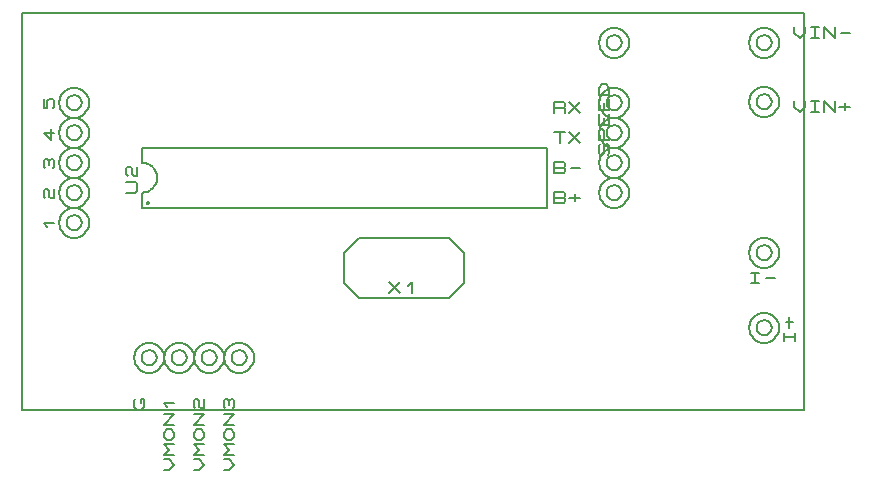
<source format=gbr>
G04 PROTEUS RS274X GERBER FILE*
%FSLAX45Y45*%
%MOMM*%
G01*
%ADD18C,0.203200*%
D18*
X-3108960Y+4765040D02*
X+3512000Y+4765040D01*
X+3512000Y+8128000D01*
X-3108960Y+8128000D01*
X-3108960Y+4765040D01*
X-2540000Y+6350000D02*
X-2540427Y+6360409D01*
X-2543899Y+6381228D01*
X-2551155Y+6402047D01*
X-2562983Y+6422866D01*
X-2581080Y+6443524D01*
X-2601899Y+6459045D01*
X-2622718Y+6469030D01*
X-2643537Y+6474814D01*
X-2664356Y+6476972D01*
X-2667000Y+6477000D01*
X-2794000Y+6350000D02*
X-2793573Y+6360409D01*
X-2790101Y+6381228D01*
X-2782845Y+6402047D01*
X-2771017Y+6422866D01*
X-2752920Y+6443524D01*
X-2732101Y+6459045D01*
X-2711282Y+6469030D01*
X-2690463Y+6474814D01*
X-2669644Y+6476972D01*
X-2667000Y+6477000D01*
X-2794000Y+6350000D02*
X-2793573Y+6339591D01*
X-2790101Y+6318772D01*
X-2782845Y+6297953D01*
X-2771017Y+6277134D01*
X-2752920Y+6256476D01*
X-2732101Y+6240955D01*
X-2711282Y+6230970D01*
X-2690463Y+6225186D01*
X-2669644Y+6223028D01*
X-2667000Y+6223000D01*
X-2540000Y+6350000D02*
X-2540427Y+6339591D01*
X-2543899Y+6318772D01*
X-2551155Y+6297953D01*
X-2562983Y+6277134D01*
X-2581080Y+6256476D01*
X-2601899Y+6240955D01*
X-2622718Y+6230970D01*
X-2643537Y+6225186D01*
X-2664356Y+6223028D01*
X-2667000Y+6223000D01*
X-2603500Y+6350000D02*
X-2603717Y+6355247D01*
X-2605482Y+6365742D01*
X-2609174Y+6376237D01*
X-2615202Y+6386732D01*
X-2624424Y+6397112D01*
X-2634919Y+6404800D01*
X-2645414Y+6409718D01*
X-2655909Y+6412524D01*
X-2666404Y+6413497D01*
X-2667000Y+6413500D01*
X-2730500Y+6350000D02*
X-2730283Y+6355247D01*
X-2728518Y+6365742D01*
X-2724826Y+6376237D01*
X-2718798Y+6386732D01*
X-2709576Y+6397112D01*
X-2699081Y+6404800D01*
X-2688586Y+6409718D01*
X-2678091Y+6412524D01*
X-2667596Y+6413497D01*
X-2667000Y+6413500D01*
X-2730500Y+6350000D02*
X-2730283Y+6344753D01*
X-2728518Y+6334258D01*
X-2724826Y+6323763D01*
X-2718798Y+6313268D01*
X-2709576Y+6302888D01*
X-2699081Y+6295200D01*
X-2688586Y+6290282D01*
X-2678091Y+6287476D01*
X-2667596Y+6286503D01*
X-2667000Y+6286500D01*
X-2603500Y+6350000D02*
X-2603717Y+6344753D01*
X-2605482Y+6334258D01*
X-2609174Y+6323763D01*
X-2615202Y+6313268D01*
X-2624424Y+6302888D01*
X-2634919Y+6295200D01*
X-2645414Y+6290282D01*
X-2655909Y+6287476D01*
X-2666404Y+6286503D01*
X-2667000Y+6286500D01*
X-2895600Y+6318250D02*
X-2926080Y+6350000D01*
X-2834640Y+6350000D01*
X-2540000Y+6604000D02*
X-2540427Y+6614409D01*
X-2543899Y+6635228D01*
X-2551155Y+6656047D01*
X-2562983Y+6676866D01*
X-2581080Y+6697524D01*
X-2601899Y+6713045D01*
X-2622718Y+6723030D01*
X-2643537Y+6728814D01*
X-2664356Y+6730972D01*
X-2667000Y+6731000D01*
X-2794000Y+6604000D02*
X-2793573Y+6614409D01*
X-2790101Y+6635228D01*
X-2782845Y+6656047D01*
X-2771017Y+6676866D01*
X-2752920Y+6697524D01*
X-2732101Y+6713045D01*
X-2711282Y+6723030D01*
X-2690463Y+6728814D01*
X-2669644Y+6730972D01*
X-2667000Y+6731000D01*
X-2794000Y+6604000D02*
X-2793573Y+6593591D01*
X-2790101Y+6572772D01*
X-2782845Y+6551953D01*
X-2771017Y+6531134D01*
X-2752920Y+6510476D01*
X-2732101Y+6494955D01*
X-2711282Y+6484970D01*
X-2690463Y+6479186D01*
X-2669644Y+6477028D01*
X-2667000Y+6477000D01*
X-2540000Y+6604000D02*
X-2540427Y+6593591D01*
X-2543899Y+6572772D01*
X-2551155Y+6551953D01*
X-2562983Y+6531134D01*
X-2581080Y+6510476D01*
X-2601899Y+6494955D01*
X-2622718Y+6484970D01*
X-2643537Y+6479186D01*
X-2664356Y+6477028D01*
X-2667000Y+6477000D01*
X-2603500Y+6604000D02*
X-2603717Y+6609247D01*
X-2605482Y+6619742D01*
X-2609174Y+6630237D01*
X-2615202Y+6640732D01*
X-2624424Y+6651112D01*
X-2634919Y+6658800D01*
X-2645414Y+6663718D01*
X-2655909Y+6666524D01*
X-2666404Y+6667497D01*
X-2667000Y+6667500D01*
X-2730500Y+6604000D02*
X-2730283Y+6609247D01*
X-2728518Y+6619742D01*
X-2724826Y+6630237D01*
X-2718798Y+6640732D01*
X-2709576Y+6651112D01*
X-2699081Y+6658800D01*
X-2688586Y+6663718D01*
X-2678091Y+6666524D01*
X-2667596Y+6667497D01*
X-2667000Y+6667500D01*
X-2730500Y+6604000D02*
X-2730283Y+6598753D01*
X-2728518Y+6588258D01*
X-2724826Y+6577763D01*
X-2718798Y+6567268D01*
X-2709576Y+6556888D01*
X-2699081Y+6549200D01*
X-2688586Y+6544282D01*
X-2678091Y+6541476D01*
X-2667596Y+6540503D01*
X-2667000Y+6540500D01*
X-2603500Y+6604000D02*
X-2603717Y+6598753D01*
X-2605482Y+6588258D01*
X-2609174Y+6577763D01*
X-2615202Y+6567268D01*
X-2624424Y+6556888D01*
X-2634919Y+6549200D01*
X-2645414Y+6544282D01*
X-2655909Y+6541476D01*
X-2666404Y+6540503D01*
X-2667000Y+6540500D01*
X-2910840Y+6556375D02*
X-2926080Y+6572250D01*
X-2926080Y+6619875D01*
X-2910840Y+6635750D01*
X-2895600Y+6635750D01*
X-2880360Y+6619875D01*
X-2880360Y+6572250D01*
X-2865120Y+6556375D01*
X-2834640Y+6556375D01*
X-2834640Y+6635750D01*
X-2540000Y+6858000D02*
X-2540427Y+6868409D01*
X-2543899Y+6889228D01*
X-2551155Y+6910047D01*
X-2562983Y+6930866D01*
X-2581080Y+6951524D01*
X-2601899Y+6967045D01*
X-2622718Y+6977030D01*
X-2643537Y+6982814D01*
X-2664356Y+6984972D01*
X-2667000Y+6985000D01*
X-2794000Y+6858000D02*
X-2793573Y+6868409D01*
X-2790101Y+6889228D01*
X-2782845Y+6910047D01*
X-2771017Y+6930866D01*
X-2752920Y+6951524D01*
X-2732101Y+6967045D01*
X-2711282Y+6977030D01*
X-2690463Y+6982814D01*
X-2669644Y+6984972D01*
X-2667000Y+6985000D01*
X-2794000Y+6858000D02*
X-2793573Y+6847591D01*
X-2790101Y+6826772D01*
X-2782845Y+6805953D01*
X-2771017Y+6785134D01*
X-2752920Y+6764476D01*
X-2732101Y+6748955D01*
X-2711282Y+6738970D01*
X-2690463Y+6733186D01*
X-2669644Y+6731028D01*
X-2667000Y+6731000D01*
X-2540000Y+6858000D02*
X-2540427Y+6847591D01*
X-2543899Y+6826772D01*
X-2551155Y+6805953D01*
X-2562983Y+6785134D01*
X-2581080Y+6764476D01*
X-2601899Y+6748955D01*
X-2622718Y+6738970D01*
X-2643537Y+6733186D01*
X-2664356Y+6731028D01*
X-2667000Y+6731000D01*
X-2603500Y+6858000D02*
X-2603717Y+6863247D01*
X-2605482Y+6873742D01*
X-2609174Y+6884237D01*
X-2615202Y+6894732D01*
X-2624424Y+6905112D01*
X-2634919Y+6912800D01*
X-2645414Y+6917718D01*
X-2655909Y+6920524D01*
X-2666404Y+6921497D01*
X-2667000Y+6921500D01*
X-2730500Y+6858000D02*
X-2730283Y+6863247D01*
X-2728518Y+6873742D01*
X-2724826Y+6884237D01*
X-2718798Y+6894732D01*
X-2709576Y+6905112D01*
X-2699081Y+6912800D01*
X-2688586Y+6917718D01*
X-2678091Y+6920524D01*
X-2667596Y+6921497D01*
X-2667000Y+6921500D01*
X-2730500Y+6858000D02*
X-2730283Y+6852753D01*
X-2728518Y+6842258D01*
X-2724826Y+6831763D01*
X-2718798Y+6821268D01*
X-2709576Y+6810888D01*
X-2699081Y+6803200D01*
X-2688586Y+6798282D01*
X-2678091Y+6795476D01*
X-2667596Y+6794503D01*
X-2667000Y+6794500D01*
X-2603500Y+6858000D02*
X-2603717Y+6852753D01*
X-2605482Y+6842258D01*
X-2609174Y+6831763D01*
X-2615202Y+6821268D01*
X-2624424Y+6810888D01*
X-2634919Y+6803200D01*
X-2645414Y+6798282D01*
X-2655909Y+6795476D01*
X-2666404Y+6794503D01*
X-2667000Y+6794500D01*
X-2910840Y+6810375D02*
X-2926080Y+6826250D01*
X-2926080Y+6873875D01*
X-2910840Y+6889750D01*
X-2895600Y+6889750D01*
X-2880360Y+6873875D01*
X-2865120Y+6889750D01*
X-2849880Y+6889750D01*
X-2834640Y+6873875D01*
X-2834640Y+6826250D01*
X-2849880Y+6810375D01*
X-2880360Y+6842125D02*
X-2880360Y+6873875D01*
X-2540000Y+7112000D02*
X-2540427Y+7122409D01*
X-2543899Y+7143228D01*
X-2551155Y+7164047D01*
X-2562983Y+7184866D01*
X-2581080Y+7205524D01*
X-2601899Y+7221045D01*
X-2622718Y+7231030D01*
X-2643537Y+7236814D01*
X-2664356Y+7238972D01*
X-2667000Y+7239000D01*
X-2794000Y+7112000D02*
X-2793573Y+7122409D01*
X-2790101Y+7143228D01*
X-2782845Y+7164047D01*
X-2771017Y+7184866D01*
X-2752920Y+7205524D01*
X-2732101Y+7221045D01*
X-2711282Y+7231030D01*
X-2690463Y+7236814D01*
X-2669644Y+7238972D01*
X-2667000Y+7239000D01*
X-2794000Y+7112000D02*
X-2793573Y+7101591D01*
X-2790101Y+7080772D01*
X-2782845Y+7059953D01*
X-2771017Y+7039134D01*
X-2752920Y+7018476D01*
X-2732101Y+7002955D01*
X-2711282Y+6992970D01*
X-2690463Y+6987186D01*
X-2669644Y+6985028D01*
X-2667000Y+6985000D01*
X-2540000Y+7112000D02*
X-2540427Y+7101591D01*
X-2543899Y+7080772D01*
X-2551155Y+7059953D01*
X-2562983Y+7039134D01*
X-2581080Y+7018476D01*
X-2601899Y+7002955D01*
X-2622718Y+6992970D01*
X-2643537Y+6987186D01*
X-2664356Y+6985028D01*
X-2667000Y+6985000D01*
X-2603500Y+7112000D02*
X-2603717Y+7117247D01*
X-2605482Y+7127742D01*
X-2609174Y+7138237D01*
X-2615202Y+7148732D01*
X-2624424Y+7159112D01*
X-2634919Y+7166800D01*
X-2645414Y+7171718D01*
X-2655909Y+7174524D01*
X-2666404Y+7175497D01*
X-2667000Y+7175500D01*
X-2730500Y+7112000D02*
X-2730283Y+7117247D01*
X-2728518Y+7127742D01*
X-2724826Y+7138237D01*
X-2718798Y+7148732D01*
X-2709576Y+7159112D01*
X-2699081Y+7166800D01*
X-2688586Y+7171718D01*
X-2678091Y+7174524D01*
X-2667596Y+7175497D01*
X-2667000Y+7175500D01*
X-2730500Y+7112000D02*
X-2730283Y+7106753D01*
X-2728518Y+7096258D01*
X-2724826Y+7085763D01*
X-2718798Y+7075268D01*
X-2709576Y+7064888D01*
X-2699081Y+7057200D01*
X-2688586Y+7052282D01*
X-2678091Y+7049476D01*
X-2667596Y+7048503D01*
X-2667000Y+7048500D01*
X-2603500Y+7112000D02*
X-2603717Y+7106753D01*
X-2605482Y+7096258D01*
X-2609174Y+7085763D01*
X-2615202Y+7075268D01*
X-2624424Y+7064888D01*
X-2634919Y+7057200D01*
X-2645414Y+7052282D01*
X-2655909Y+7049476D01*
X-2666404Y+7048503D01*
X-2667000Y+7048500D01*
X-2865120Y+7143750D02*
X-2865120Y+7048500D01*
X-2926080Y+7112000D01*
X-2834640Y+7112000D01*
X-2540000Y+7366000D02*
X-2540427Y+7376409D01*
X-2543899Y+7397228D01*
X-2551155Y+7418047D01*
X-2562983Y+7438866D01*
X-2581080Y+7459524D01*
X-2601899Y+7475045D01*
X-2622718Y+7485030D01*
X-2643537Y+7490814D01*
X-2664356Y+7492972D01*
X-2667000Y+7493000D01*
X-2794000Y+7366000D02*
X-2793573Y+7376409D01*
X-2790101Y+7397228D01*
X-2782845Y+7418047D01*
X-2771017Y+7438866D01*
X-2752920Y+7459524D01*
X-2732101Y+7475045D01*
X-2711282Y+7485030D01*
X-2690463Y+7490814D01*
X-2669644Y+7492972D01*
X-2667000Y+7493000D01*
X-2794000Y+7366000D02*
X-2793573Y+7355591D01*
X-2790101Y+7334772D01*
X-2782845Y+7313953D01*
X-2771017Y+7293134D01*
X-2752920Y+7272476D01*
X-2732101Y+7256955D01*
X-2711282Y+7246970D01*
X-2690463Y+7241186D01*
X-2669644Y+7239028D01*
X-2667000Y+7239000D01*
X-2540000Y+7366000D02*
X-2540427Y+7355591D01*
X-2543899Y+7334772D01*
X-2551155Y+7313953D01*
X-2562983Y+7293134D01*
X-2581080Y+7272476D01*
X-2601899Y+7256955D01*
X-2622718Y+7246970D01*
X-2643537Y+7241186D01*
X-2664356Y+7239028D01*
X-2667000Y+7239000D01*
X-2603500Y+7366000D02*
X-2603717Y+7371247D01*
X-2605482Y+7381742D01*
X-2609174Y+7392237D01*
X-2615202Y+7402732D01*
X-2624424Y+7413112D01*
X-2634919Y+7420800D01*
X-2645414Y+7425718D01*
X-2655909Y+7428524D01*
X-2666404Y+7429497D01*
X-2667000Y+7429500D01*
X-2730500Y+7366000D02*
X-2730283Y+7371247D01*
X-2728518Y+7381742D01*
X-2724826Y+7392237D01*
X-2718798Y+7402732D01*
X-2709576Y+7413112D01*
X-2699081Y+7420800D01*
X-2688586Y+7425718D01*
X-2678091Y+7428524D01*
X-2667596Y+7429497D01*
X-2667000Y+7429500D01*
X-2730500Y+7366000D02*
X-2730283Y+7360753D01*
X-2728518Y+7350258D01*
X-2724826Y+7339763D01*
X-2718798Y+7329268D01*
X-2709576Y+7318888D01*
X-2699081Y+7311200D01*
X-2688586Y+7306282D01*
X-2678091Y+7303476D01*
X-2667596Y+7302503D01*
X-2667000Y+7302500D01*
X-2603500Y+7366000D02*
X-2603717Y+7360753D01*
X-2605482Y+7350258D01*
X-2609174Y+7339763D01*
X-2615202Y+7329268D01*
X-2624424Y+7318888D01*
X-2634919Y+7311200D01*
X-2645414Y+7306282D01*
X-2655909Y+7303476D01*
X-2666404Y+7302503D01*
X-2667000Y+7302500D01*
X-2926080Y+7397750D02*
X-2926080Y+7318375D01*
X-2895600Y+7318375D01*
X-2895600Y+7381875D01*
X-2880360Y+7397750D01*
X-2849880Y+7397750D01*
X-2834640Y+7381875D01*
X-2834640Y+7334250D01*
X-2849880Y+7318375D01*
X+2032000Y+6604000D02*
X+2031573Y+6614409D01*
X+2028101Y+6635228D01*
X+2020845Y+6656047D01*
X+2009017Y+6676866D01*
X+1990920Y+6697524D01*
X+1970101Y+6713045D01*
X+1949282Y+6723030D01*
X+1928463Y+6728814D01*
X+1907644Y+6730972D01*
X+1905000Y+6731000D01*
X+1778000Y+6604000D02*
X+1778427Y+6614409D01*
X+1781899Y+6635228D01*
X+1789155Y+6656047D01*
X+1800983Y+6676866D01*
X+1819080Y+6697524D01*
X+1839899Y+6713045D01*
X+1860718Y+6723030D01*
X+1881537Y+6728814D01*
X+1902356Y+6730972D01*
X+1905000Y+6731000D01*
X+1778000Y+6604000D02*
X+1778427Y+6593591D01*
X+1781899Y+6572772D01*
X+1789155Y+6551953D01*
X+1800983Y+6531134D01*
X+1819080Y+6510476D01*
X+1839899Y+6494955D01*
X+1860718Y+6484970D01*
X+1881537Y+6479186D01*
X+1902356Y+6477028D01*
X+1905000Y+6477000D01*
X+2032000Y+6604000D02*
X+2031573Y+6593591D01*
X+2028101Y+6572772D01*
X+2020845Y+6551953D01*
X+2009017Y+6531134D01*
X+1990920Y+6510476D01*
X+1970101Y+6494955D01*
X+1949282Y+6484970D01*
X+1928463Y+6479186D01*
X+1907644Y+6477028D01*
X+1905000Y+6477000D01*
X+1968500Y+6604000D02*
X+1968283Y+6609247D01*
X+1966518Y+6619742D01*
X+1962826Y+6630237D01*
X+1956798Y+6640732D01*
X+1947576Y+6651112D01*
X+1937081Y+6658800D01*
X+1926586Y+6663718D01*
X+1916091Y+6666524D01*
X+1905596Y+6667497D01*
X+1905000Y+6667500D01*
X+1841500Y+6604000D02*
X+1841717Y+6609247D01*
X+1843482Y+6619742D01*
X+1847174Y+6630237D01*
X+1853202Y+6640732D01*
X+1862424Y+6651112D01*
X+1872919Y+6658800D01*
X+1883414Y+6663718D01*
X+1893909Y+6666524D01*
X+1904404Y+6667497D01*
X+1905000Y+6667500D01*
X+1841500Y+6604000D02*
X+1841717Y+6598753D01*
X+1843482Y+6588258D01*
X+1847174Y+6577763D01*
X+1853202Y+6567268D01*
X+1862424Y+6556888D01*
X+1872919Y+6549200D01*
X+1883414Y+6544282D01*
X+1893909Y+6541476D01*
X+1904404Y+6540503D01*
X+1905000Y+6540500D01*
X+1968500Y+6604000D02*
X+1968283Y+6598753D01*
X+1966518Y+6588258D01*
X+1962826Y+6577763D01*
X+1956798Y+6567268D01*
X+1947576Y+6556888D01*
X+1937081Y+6549200D01*
X+1926586Y+6544282D01*
X+1916091Y+6541476D01*
X+1905596Y+6540503D01*
X+1905000Y+6540500D01*
X+1397000Y+6517640D02*
X+1397000Y+6609080D01*
X+1476375Y+6609080D01*
X+1492250Y+6593840D01*
X+1492250Y+6578600D01*
X+1476375Y+6563360D01*
X+1492250Y+6548120D01*
X+1492250Y+6532880D01*
X+1476375Y+6517640D01*
X+1397000Y+6517640D01*
X+1397000Y+6563360D02*
X+1476375Y+6563360D01*
X+1524000Y+6563360D02*
X+1619250Y+6563360D01*
X+1571625Y+6593840D02*
X+1571625Y+6532880D01*
X+2032000Y+6858000D02*
X+2031573Y+6868409D01*
X+2028101Y+6889228D01*
X+2020845Y+6910047D01*
X+2009017Y+6930866D01*
X+1990920Y+6951524D01*
X+1970101Y+6967045D01*
X+1949282Y+6977030D01*
X+1928463Y+6982814D01*
X+1907644Y+6984972D01*
X+1905000Y+6985000D01*
X+1778000Y+6858000D02*
X+1778427Y+6868409D01*
X+1781899Y+6889228D01*
X+1789155Y+6910047D01*
X+1800983Y+6930866D01*
X+1819080Y+6951524D01*
X+1839899Y+6967045D01*
X+1860718Y+6977030D01*
X+1881537Y+6982814D01*
X+1902356Y+6984972D01*
X+1905000Y+6985000D01*
X+1778000Y+6858000D02*
X+1778427Y+6847591D01*
X+1781899Y+6826772D01*
X+1789155Y+6805953D01*
X+1800983Y+6785134D01*
X+1819080Y+6764476D01*
X+1839899Y+6748955D01*
X+1860718Y+6738970D01*
X+1881537Y+6733186D01*
X+1902356Y+6731028D01*
X+1905000Y+6731000D01*
X+2032000Y+6858000D02*
X+2031573Y+6847591D01*
X+2028101Y+6826772D01*
X+2020845Y+6805953D01*
X+2009017Y+6785134D01*
X+1990920Y+6764476D01*
X+1970101Y+6748955D01*
X+1949282Y+6738970D01*
X+1928463Y+6733186D01*
X+1907644Y+6731028D01*
X+1905000Y+6731000D01*
X+1968500Y+6858000D02*
X+1968283Y+6863247D01*
X+1966518Y+6873742D01*
X+1962826Y+6884237D01*
X+1956798Y+6894732D01*
X+1947576Y+6905112D01*
X+1937081Y+6912800D01*
X+1926586Y+6917718D01*
X+1916091Y+6920524D01*
X+1905596Y+6921497D01*
X+1905000Y+6921500D01*
X+1841500Y+6858000D02*
X+1841717Y+6863247D01*
X+1843482Y+6873742D01*
X+1847174Y+6884237D01*
X+1853202Y+6894732D01*
X+1862424Y+6905112D01*
X+1872919Y+6912800D01*
X+1883414Y+6917718D01*
X+1893909Y+6920524D01*
X+1904404Y+6921497D01*
X+1905000Y+6921500D01*
X+1841500Y+6858000D02*
X+1841717Y+6852753D01*
X+1843482Y+6842258D01*
X+1847174Y+6831763D01*
X+1853202Y+6821268D01*
X+1862424Y+6810888D01*
X+1872919Y+6803200D01*
X+1883414Y+6798282D01*
X+1893909Y+6795476D01*
X+1904404Y+6794503D01*
X+1905000Y+6794500D01*
X+1968500Y+6858000D02*
X+1968283Y+6852753D01*
X+1966518Y+6842258D01*
X+1962826Y+6831763D01*
X+1956798Y+6821268D01*
X+1947576Y+6810888D01*
X+1937081Y+6803200D01*
X+1926586Y+6798282D01*
X+1916091Y+6795476D01*
X+1905596Y+6794503D01*
X+1905000Y+6794500D01*
X+1397000Y+6771640D02*
X+1397000Y+6863080D01*
X+1476375Y+6863080D01*
X+1492250Y+6847840D01*
X+1492250Y+6832600D01*
X+1476375Y+6817360D01*
X+1492250Y+6802120D01*
X+1492250Y+6786880D01*
X+1476375Y+6771640D01*
X+1397000Y+6771640D01*
X+1397000Y+6817360D02*
X+1476375Y+6817360D01*
X+1539875Y+6817360D02*
X+1619250Y+6817360D01*
X+2032000Y+7366000D02*
X+2031573Y+7376409D01*
X+2028101Y+7397228D01*
X+2020845Y+7418047D01*
X+2009017Y+7438866D01*
X+1990920Y+7459524D01*
X+1970101Y+7475045D01*
X+1949282Y+7485030D01*
X+1928463Y+7490814D01*
X+1907644Y+7492972D01*
X+1905000Y+7493000D01*
X+1778000Y+7366000D02*
X+1778427Y+7376409D01*
X+1781899Y+7397228D01*
X+1789155Y+7418047D01*
X+1800983Y+7438866D01*
X+1819080Y+7459524D01*
X+1839899Y+7475045D01*
X+1860718Y+7485030D01*
X+1881537Y+7490814D01*
X+1902356Y+7492972D01*
X+1905000Y+7493000D01*
X+1778000Y+7366000D02*
X+1778427Y+7355591D01*
X+1781899Y+7334772D01*
X+1789155Y+7313953D01*
X+1800983Y+7293134D01*
X+1819080Y+7272476D01*
X+1839899Y+7256955D01*
X+1860718Y+7246970D01*
X+1881537Y+7241186D01*
X+1902356Y+7239028D01*
X+1905000Y+7239000D01*
X+2032000Y+7366000D02*
X+2031573Y+7355591D01*
X+2028101Y+7334772D01*
X+2020845Y+7313953D01*
X+2009017Y+7293134D01*
X+1990920Y+7272476D01*
X+1970101Y+7256955D01*
X+1949282Y+7246970D01*
X+1928463Y+7241186D01*
X+1907644Y+7239028D01*
X+1905000Y+7239000D01*
X+1968500Y+7366000D02*
X+1968283Y+7371247D01*
X+1966518Y+7381742D01*
X+1962826Y+7392237D01*
X+1956798Y+7402732D01*
X+1947576Y+7413112D01*
X+1937081Y+7420800D01*
X+1926586Y+7425718D01*
X+1916091Y+7428524D01*
X+1905596Y+7429497D01*
X+1905000Y+7429500D01*
X+1841500Y+7366000D02*
X+1841717Y+7371247D01*
X+1843482Y+7381742D01*
X+1847174Y+7392237D01*
X+1853202Y+7402732D01*
X+1862424Y+7413112D01*
X+1872919Y+7420800D01*
X+1883414Y+7425718D01*
X+1893909Y+7428524D01*
X+1904404Y+7429497D01*
X+1905000Y+7429500D01*
X+1841500Y+7366000D02*
X+1841717Y+7360753D01*
X+1843482Y+7350258D01*
X+1847174Y+7339763D01*
X+1853202Y+7329268D01*
X+1862424Y+7318888D01*
X+1872919Y+7311200D01*
X+1883414Y+7306282D01*
X+1893909Y+7303476D01*
X+1904404Y+7302503D01*
X+1905000Y+7302500D01*
X+1968500Y+7366000D02*
X+1968283Y+7360753D01*
X+1966518Y+7350258D01*
X+1962826Y+7339763D01*
X+1956798Y+7329268D01*
X+1947576Y+7318888D01*
X+1937081Y+7311200D01*
X+1926586Y+7306282D01*
X+1916091Y+7303476D01*
X+1905596Y+7302503D01*
X+1905000Y+7302500D01*
X+1397000Y+7279640D02*
X+1397000Y+7371080D01*
X+1476375Y+7371080D01*
X+1492250Y+7355840D01*
X+1492250Y+7340600D01*
X+1476375Y+7325360D01*
X+1397000Y+7325360D01*
X+1476375Y+7325360D02*
X+1492250Y+7310120D01*
X+1492250Y+7279640D01*
X+1524000Y+7371080D02*
X+1619250Y+7279640D01*
X+1524000Y+7279640D02*
X+1619250Y+7371080D01*
X+2032000Y+7112000D02*
X+2031573Y+7122409D01*
X+2028101Y+7143228D01*
X+2020845Y+7164047D01*
X+2009017Y+7184866D01*
X+1990920Y+7205524D01*
X+1970101Y+7221045D01*
X+1949282Y+7231030D01*
X+1928463Y+7236814D01*
X+1907644Y+7238972D01*
X+1905000Y+7239000D01*
X+1778000Y+7112000D02*
X+1778427Y+7122409D01*
X+1781899Y+7143228D01*
X+1789155Y+7164047D01*
X+1800983Y+7184866D01*
X+1819080Y+7205524D01*
X+1839899Y+7221045D01*
X+1860718Y+7231030D01*
X+1881537Y+7236814D01*
X+1902356Y+7238972D01*
X+1905000Y+7239000D01*
X+1778000Y+7112000D02*
X+1778427Y+7101591D01*
X+1781899Y+7080772D01*
X+1789155Y+7059953D01*
X+1800983Y+7039134D01*
X+1819080Y+7018476D01*
X+1839899Y+7002955D01*
X+1860718Y+6992970D01*
X+1881537Y+6987186D01*
X+1902356Y+6985028D01*
X+1905000Y+6985000D01*
X+2032000Y+7112000D02*
X+2031573Y+7101591D01*
X+2028101Y+7080772D01*
X+2020845Y+7059953D01*
X+2009017Y+7039134D01*
X+1990920Y+7018476D01*
X+1970101Y+7002955D01*
X+1949282Y+6992970D01*
X+1928463Y+6987186D01*
X+1907644Y+6985028D01*
X+1905000Y+6985000D01*
X+1968500Y+7112000D02*
X+1968283Y+7117247D01*
X+1966518Y+7127742D01*
X+1962826Y+7138237D01*
X+1956798Y+7148732D01*
X+1947576Y+7159112D01*
X+1937081Y+7166800D01*
X+1926586Y+7171718D01*
X+1916091Y+7174524D01*
X+1905596Y+7175497D01*
X+1905000Y+7175500D01*
X+1841500Y+7112000D02*
X+1841717Y+7117247D01*
X+1843482Y+7127742D01*
X+1847174Y+7138237D01*
X+1853202Y+7148732D01*
X+1862424Y+7159112D01*
X+1872919Y+7166800D01*
X+1883414Y+7171718D01*
X+1893909Y+7174524D01*
X+1904404Y+7175497D01*
X+1905000Y+7175500D01*
X+1841500Y+7112000D02*
X+1841717Y+7106753D01*
X+1843482Y+7096258D01*
X+1847174Y+7085763D01*
X+1853202Y+7075268D01*
X+1862424Y+7064888D01*
X+1872919Y+7057200D01*
X+1883414Y+7052282D01*
X+1893909Y+7049476D01*
X+1904404Y+7048503D01*
X+1905000Y+7048500D01*
X+1968500Y+7112000D02*
X+1968283Y+7106753D01*
X+1966518Y+7096258D01*
X+1962826Y+7085763D01*
X+1956798Y+7075268D01*
X+1947576Y+7064888D01*
X+1937081Y+7057200D01*
X+1926586Y+7052282D01*
X+1916091Y+7049476D01*
X+1905596Y+7048503D01*
X+1905000Y+7048500D01*
X+1397000Y+7117080D02*
X+1492250Y+7117080D01*
X+1444625Y+7117080D02*
X+1444625Y+7025640D01*
X+1524000Y+7117080D02*
X+1619250Y+7025640D01*
X+1524000Y+7025640D02*
X+1619250Y+7117080D01*
X-254000Y+6223000D02*
X+508000Y+6223000D01*
X+635000Y+6096000D01*
X+635000Y+5842000D01*
X+508000Y+5715000D01*
X-254000Y+5715000D01*
X-381000Y+5842000D01*
X-381000Y+6096000D01*
X-254000Y+6223000D01*
X+0Y+5847080D02*
X+95250Y+5755640D01*
X+0Y+5755640D02*
X+95250Y+5847080D01*
X+158750Y+5816600D02*
X+190500Y+5847080D01*
X+190500Y+5755640D01*
X-2093500Y+6477000D02*
X+1335500Y+6477000D01*
X+1335500Y+6985000D01*
X-2093500Y+6985000D01*
X-2093500Y+6477000D02*
X-2093500Y+6604000D01*
X-2093500Y+6985000D02*
X-2093500Y+6858000D01*
X-2093500Y+6604000D02*
X-2067532Y+6606527D01*
X-2043518Y+6613798D01*
X-2021923Y+6625348D01*
X-2003211Y+6640711D01*
X-1987848Y+6659423D01*
X-1976298Y+6681019D01*
X-1969027Y+6705033D01*
X-1966500Y+6731000D01*
X-2093500Y+6858000D02*
X-2067532Y+6855473D01*
X-2043518Y+6848202D01*
X-2021923Y+6836653D01*
X-2003211Y+6821289D01*
X-1987848Y+6802577D01*
X-1976298Y+6780982D01*
X-1969027Y+6756968D01*
X-1966500Y+6731000D01*
X-2035516Y+6517640D02*
X-2035541Y+6518237D01*
X-2035743Y+6519433D01*
X-2036167Y+6520629D01*
X-2036861Y+6521825D01*
X-2037921Y+6523004D01*
X-2039117Y+6523867D01*
X-2040313Y+6524416D01*
X-2041509Y+6524725D01*
X-2042700Y+6524824D01*
X-2049884Y+6517640D02*
X-2049859Y+6518237D01*
X-2049657Y+6519433D01*
X-2049233Y+6520629D01*
X-2048539Y+6521825D01*
X-2047479Y+6523004D01*
X-2046283Y+6523867D01*
X-2045087Y+6524416D01*
X-2043891Y+6524725D01*
X-2042700Y+6524824D01*
X-2049884Y+6517640D02*
X-2049859Y+6517043D01*
X-2049657Y+6515847D01*
X-2049233Y+6514651D01*
X-2048539Y+6513455D01*
X-2047479Y+6512276D01*
X-2046283Y+6511413D01*
X-2045087Y+6510864D01*
X-2043891Y+6510555D01*
X-2042700Y+6510456D01*
X-2035516Y+6517640D02*
X-2035541Y+6517043D01*
X-2035743Y+6515847D01*
X-2036167Y+6514651D01*
X-2036861Y+6513455D01*
X-2037921Y+6512276D01*
X-2039117Y+6511413D01*
X-2040313Y+6510864D01*
X-2041509Y+6510555D01*
X-2042700Y+6510456D01*
X-2225580Y+6604000D02*
X-2149380Y+6604000D01*
X-2134140Y+6619875D01*
X-2134140Y+6683375D01*
X-2149380Y+6699250D01*
X-2225580Y+6699250D01*
X-2210340Y+6746875D02*
X-2225580Y+6762750D01*
X-2225580Y+6810375D01*
X-2210340Y+6826250D01*
X-2195100Y+6826250D01*
X-2179860Y+6810375D01*
X-2179860Y+6762750D01*
X-2164620Y+6746875D01*
X-2134140Y+6746875D01*
X-2134140Y+6826250D01*
X-1651000Y+5207000D02*
X-1651427Y+5217409D01*
X-1654899Y+5238228D01*
X-1662155Y+5259047D01*
X-1673983Y+5279866D01*
X-1692080Y+5300524D01*
X-1712899Y+5316045D01*
X-1733718Y+5326030D01*
X-1754537Y+5331814D01*
X-1775356Y+5333972D01*
X-1778000Y+5334000D01*
X-1905000Y+5207000D02*
X-1904573Y+5217409D01*
X-1901101Y+5238228D01*
X-1893845Y+5259047D01*
X-1882017Y+5279866D01*
X-1863920Y+5300524D01*
X-1843101Y+5316045D01*
X-1822282Y+5326030D01*
X-1801463Y+5331814D01*
X-1780644Y+5333972D01*
X-1778000Y+5334000D01*
X-1905000Y+5207000D02*
X-1904573Y+5196591D01*
X-1901101Y+5175772D01*
X-1893845Y+5154953D01*
X-1882017Y+5134134D01*
X-1863920Y+5113476D01*
X-1843101Y+5097955D01*
X-1822282Y+5087970D01*
X-1801463Y+5082186D01*
X-1780644Y+5080028D01*
X-1778000Y+5080000D01*
X-1651000Y+5207000D02*
X-1651427Y+5196591D01*
X-1654899Y+5175772D01*
X-1662155Y+5154953D01*
X-1673983Y+5134134D01*
X-1692080Y+5113476D01*
X-1712899Y+5097955D01*
X-1733718Y+5087970D01*
X-1754537Y+5082186D01*
X-1775356Y+5080028D01*
X-1778000Y+5080000D01*
X-1714500Y+5207000D02*
X-1714717Y+5212247D01*
X-1716482Y+5222742D01*
X-1720174Y+5233237D01*
X-1726202Y+5243732D01*
X-1735424Y+5254112D01*
X-1745919Y+5261800D01*
X-1756414Y+5266718D01*
X-1766909Y+5269524D01*
X-1777404Y+5270497D01*
X-1778000Y+5270500D01*
X-1841500Y+5207000D02*
X-1841283Y+5212247D01*
X-1839518Y+5222742D01*
X-1835826Y+5233237D01*
X-1829798Y+5243732D01*
X-1820576Y+5254112D01*
X-1810081Y+5261800D01*
X-1799586Y+5266718D01*
X-1789091Y+5269524D01*
X-1778596Y+5270497D01*
X-1778000Y+5270500D01*
X-1841500Y+5207000D02*
X-1841283Y+5201753D01*
X-1839518Y+5191258D01*
X-1835826Y+5180763D01*
X-1829798Y+5170268D01*
X-1820576Y+5159888D01*
X-1810081Y+5152200D01*
X-1799586Y+5147282D01*
X-1789091Y+5144476D01*
X-1778596Y+5143503D01*
X-1778000Y+5143500D01*
X-1714500Y+5207000D02*
X-1714717Y+5201753D01*
X-1716482Y+5191258D01*
X-1720174Y+5180763D01*
X-1726202Y+5170268D01*
X-1735424Y+5159888D01*
X-1745919Y+5152200D01*
X-1756414Y+5147282D01*
X-1766909Y+5144476D01*
X-1777404Y+5143503D01*
X-1778000Y+5143500D01*
X-1910080Y+4254500D02*
X-1864360Y+4254500D01*
X-1818640Y+4302125D01*
X-1864360Y+4349750D01*
X-1910080Y+4349750D01*
X-1818640Y+4381500D02*
X-1910080Y+4381500D01*
X-1864360Y+4429125D01*
X-1910080Y+4476750D01*
X-1818640Y+4476750D01*
X-1879600Y+4508500D02*
X-1910080Y+4540250D01*
X-1910080Y+4572000D01*
X-1879600Y+4603750D01*
X-1849120Y+4603750D01*
X-1818640Y+4572000D01*
X-1818640Y+4540250D01*
X-1849120Y+4508500D01*
X-1879600Y+4508500D01*
X-1818640Y+4635500D02*
X-1910080Y+4635500D01*
X-1818640Y+4730750D01*
X-1910080Y+4730750D01*
X-1879600Y+4794250D02*
X-1910080Y+4826000D01*
X-1818640Y+4826000D01*
X-1397000Y+5207000D02*
X-1397427Y+5217409D01*
X-1400899Y+5238228D01*
X-1408155Y+5259047D01*
X-1419983Y+5279866D01*
X-1438080Y+5300524D01*
X-1458899Y+5316045D01*
X-1479718Y+5326030D01*
X-1500537Y+5331814D01*
X-1521356Y+5333972D01*
X-1524000Y+5334000D01*
X-1651000Y+5207000D02*
X-1650573Y+5217409D01*
X-1647101Y+5238228D01*
X-1639845Y+5259047D01*
X-1628017Y+5279866D01*
X-1609920Y+5300524D01*
X-1589101Y+5316045D01*
X-1568282Y+5326030D01*
X-1547463Y+5331814D01*
X-1526644Y+5333972D01*
X-1524000Y+5334000D01*
X-1651000Y+5207000D02*
X-1650573Y+5196591D01*
X-1647101Y+5175772D01*
X-1639845Y+5154953D01*
X-1628017Y+5134134D01*
X-1609920Y+5113476D01*
X-1589101Y+5097955D01*
X-1568282Y+5087970D01*
X-1547463Y+5082186D01*
X-1526644Y+5080028D01*
X-1524000Y+5080000D01*
X-1397000Y+5207000D02*
X-1397427Y+5196591D01*
X-1400899Y+5175772D01*
X-1408155Y+5154953D01*
X-1419983Y+5134134D01*
X-1438080Y+5113476D01*
X-1458899Y+5097955D01*
X-1479718Y+5087970D01*
X-1500537Y+5082186D01*
X-1521356Y+5080028D01*
X-1524000Y+5080000D01*
X-1460500Y+5207000D02*
X-1460717Y+5212247D01*
X-1462482Y+5222742D01*
X-1466174Y+5233237D01*
X-1472202Y+5243732D01*
X-1481424Y+5254112D01*
X-1491919Y+5261800D01*
X-1502414Y+5266718D01*
X-1512909Y+5269524D01*
X-1523404Y+5270497D01*
X-1524000Y+5270500D01*
X-1587500Y+5207000D02*
X-1587283Y+5212247D01*
X-1585518Y+5222742D01*
X-1581826Y+5233237D01*
X-1575798Y+5243732D01*
X-1566576Y+5254112D01*
X-1556081Y+5261800D01*
X-1545586Y+5266718D01*
X-1535091Y+5269524D01*
X-1524596Y+5270497D01*
X-1524000Y+5270500D01*
X-1587500Y+5207000D02*
X-1587283Y+5201753D01*
X-1585518Y+5191258D01*
X-1581826Y+5180763D01*
X-1575798Y+5170268D01*
X-1566576Y+5159888D01*
X-1556081Y+5152200D01*
X-1545586Y+5147282D01*
X-1535091Y+5144476D01*
X-1524596Y+5143503D01*
X-1524000Y+5143500D01*
X-1460500Y+5207000D02*
X-1460717Y+5201753D01*
X-1462482Y+5191258D01*
X-1466174Y+5180763D01*
X-1472202Y+5170268D01*
X-1481424Y+5159888D01*
X-1491919Y+5152200D01*
X-1502414Y+5147282D01*
X-1512909Y+5144476D01*
X-1523404Y+5143503D01*
X-1524000Y+5143500D01*
X-1656080Y+4254500D02*
X-1610360Y+4254500D01*
X-1564640Y+4302125D01*
X-1610360Y+4349750D01*
X-1656080Y+4349750D01*
X-1564640Y+4381500D02*
X-1656080Y+4381500D01*
X-1610360Y+4429125D01*
X-1656080Y+4476750D01*
X-1564640Y+4476750D01*
X-1625600Y+4508500D02*
X-1656080Y+4540250D01*
X-1656080Y+4572000D01*
X-1625600Y+4603750D01*
X-1595120Y+4603750D01*
X-1564640Y+4572000D01*
X-1564640Y+4540250D01*
X-1595120Y+4508500D01*
X-1625600Y+4508500D01*
X-1564640Y+4635500D02*
X-1656080Y+4635500D01*
X-1564640Y+4730750D01*
X-1656080Y+4730750D01*
X-1640840Y+4778375D02*
X-1656080Y+4794250D01*
X-1656080Y+4841875D01*
X-1640840Y+4857750D01*
X-1625600Y+4857750D01*
X-1610360Y+4841875D01*
X-1610360Y+4794250D01*
X-1595120Y+4778375D01*
X-1564640Y+4778375D01*
X-1564640Y+4857750D01*
X-1143000Y+5207000D02*
X-1143427Y+5217409D01*
X-1146899Y+5238228D01*
X-1154155Y+5259047D01*
X-1165983Y+5279866D01*
X-1184080Y+5300524D01*
X-1204899Y+5316045D01*
X-1225718Y+5326030D01*
X-1246537Y+5331814D01*
X-1267356Y+5333972D01*
X-1270000Y+5334000D01*
X-1397000Y+5207000D02*
X-1396573Y+5217409D01*
X-1393101Y+5238228D01*
X-1385845Y+5259047D01*
X-1374017Y+5279866D01*
X-1355920Y+5300524D01*
X-1335101Y+5316045D01*
X-1314282Y+5326030D01*
X-1293463Y+5331814D01*
X-1272644Y+5333972D01*
X-1270000Y+5334000D01*
X-1397000Y+5207000D02*
X-1396573Y+5196591D01*
X-1393101Y+5175772D01*
X-1385845Y+5154953D01*
X-1374017Y+5134134D01*
X-1355920Y+5113476D01*
X-1335101Y+5097955D01*
X-1314282Y+5087970D01*
X-1293463Y+5082186D01*
X-1272644Y+5080028D01*
X-1270000Y+5080000D01*
X-1143000Y+5207000D02*
X-1143427Y+5196591D01*
X-1146899Y+5175772D01*
X-1154155Y+5154953D01*
X-1165983Y+5134134D01*
X-1184080Y+5113476D01*
X-1204899Y+5097955D01*
X-1225718Y+5087970D01*
X-1246537Y+5082186D01*
X-1267356Y+5080028D01*
X-1270000Y+5080000D01*
X-1206500Y+5207000D02*
X-1206717Y+5212247D01*
X-1208482Y+5222742D01*
X-1212174Y+5233237D01*
X-1218202Y+5243732D01*
X-1227424Y+5254112D01*
X-1237919Y+5261800D01*
X-1248414Y+5266718D01*
X-1258909Y+5269524D01*
X-1269404Y+5270497D01*
X-1270000Y+5270500D01*
X-1333500Y+5207000D02*
X-1333283Y+5212247D01*
X-1331518Y+5222742D01*
X-1327826Y+5233237D01*
X-1321798Y+5243732D01*
X-1312576Y+5254112D01*
X-1302081Y+5261800D01*
X-1291586Y+5266718D01*
X-1281091Y+5269524D01*
X-1270596Y+5270497D01*
X-1270000Y+5270500D01*
X-1333500Y+5207000D02*
X-1333283Y+5201753D01*
X-1331518Y+5191258D01*
X-1327826Y+5180763D01*
X-1321798Y+5170268D01*
X-1312576Y+5159888D01*
X-1302081Y+5152200D01*
X-1291586Y+5147282D01*
X-1281091Y+5144476D01*
X-1270596Y+5143503D01*
X-1270000Y+5143500D01*
X-1206500Y+5207000D02*
X-1206717Y+5201753D01*
X-1208482Y+5191258D01*
X-1212174Y+5180763D01*
X-1218202Y+5170268D01*
X-1227424Y+5159888D01*
X-1237919Y+5152200D01*
X-1248414Y+5147282D01*
X-1258909Y+5144476D01*
X-1269404Y+5143503D01*
X-1270000Y+5143500D01*
X-1402080Y+4254500D02*
X-1356360Y+4254500D01*
X-1310640Y+4302125D01*
X-1356360Y+4349750D01*
X-1402080Y+4349750D01*
X-1310640Y+4381500D02*
X-1402080Y+4381500D01*
X-1356360Y+4429125D01*
X-1402080Y+4476750D01*
X-1310640Y+4476750D01*
X-1371600Y+4508500D02*
X-1402080Y+4540250D01*
X-1402080Y+4572000D01*
X-1371600Y+4603750D01*
X-1341120Y+4603750D01*
X-1310640Y+4572000D01*
X-1310640Y+4540250D01*
X-1341120Y+4508500D01*
X-1371600Y+4508500D01*
X-1310640Y+4635500D02*
X-1402080Y+4635500D01*
X-1310640Y+4730750D01*
X-1402080Y+4730750D01*
X-1386840Y+4778375D02*
X-1402080Y+4794250D01*
X-1402080Y+4841875D01*
X-1386840Y+4857750D01*
X-1371600Y+4857750D01*
X-1356360Y+4841875D01*
X-1341120Y+4857750D01*
X-1325880Y+4857750D01*
X-1310640Y+4841875D01*
X-1310640Y+4794250D01*
X-1325880Y+4778375D01*
X-1356360Y+4810125D02*
X-1356360Y+4841875D01*
X+2032000Y+7874000D02*
X+2031573Y+7884409D01*
X+2028101Y+7905228D01*
X+2020845Y+7926047D01*
X+2009017Y+7946866D01*
X+1990920Y+7967524D01*
X+1970101Y+7983045D01*
X+1949282Y+7993030D01*
X+1928463Y+7998814D01*
X+1907644Y+8000972D01*
X+1905000Y+8001000D01*
X+1778000Y+7874000D02*
X+1778427Y+7884409D01*
X+1781899Y+7905228D01*
X+1789155Y+7926047D01*
X+1800983Y+7946866D01*
X+1819080Y+7967524D01*
X+1839899Y+7983045D01*
X+1860718Y+7993030D01*
X+1881537Y+7998814D01*
X+1902356Y+8000972D01*
X+1905000Y+8001000D01*
X+1778000Y+7874000D02*
X+1778427Y+7863591D01*
X+1781899Y+7842772D01*
X+1789155Y+7821953D01*
X+1800983Y+7801134D01*
X+1819080Y+7780476D01*
X+1839899Y+7764955D01*
X+1860718Y+7754970D01*
X+1881537Y+7749186D01*
X+1902356Y+7747028D01*
X+1905000Y+7747000D01*
X+2032000Y+7874000D02*
X+2031573Y+7863591D01*
X+2028101Y+7842772D01*
X+2020845Y+7821953D01*
X+2009017Y+7801134D01*
X+1990920Y+7780476D01*
X+1970101Y+7764955D01*
X+1949282Y+7754970D01*
X+1928463Y+7749186D01*
X+1907644Y+7747028D01*
X+1905000Y+7747000D01*
X+1968500Y+7874000D02*
X+1968283Y+7879247D01*
X+1966518Y+7889742D01*
X+1962826Y+7900237D01*
X+1956798Y+7910732D01*
X+1947576Y+7921112D01*
X+1937081Y+7928800D01*
X+1926586Y+7933718D01*
X+1916091Y+7936524D01*
X+1905596Y+7937497D01*
X+1905000Y+7937500D01*
X+1841500Y+7874000D02*
X+1841717Y+7879247D01*
X+1843482Y+7889742D01*
X+1847174Y+7900237D01*
X+1853202Y+7910732D01*
X+1862424Y+7921112D01*
X+1872919Y+7928800D01*
X+1883414Y+7933718D01*
X+1893909Y+7936524D01*
X+1904404Y+7937497D01*
X+1905000Y+7937500D01*
X+1841500Y+7874000D02*
X+1841717Y+7868753D01*
X+1843482Y+7858258D01*
X+1847174Y+7847763D01*
X+1853202Y+7837268D01*
X+1862424Y+7826888D01*
X+1872919Y+7819200D01*
X+1883414Y+7814282D01*
X+1893909Y+7811476D01*
X+1904404Y+7810503D01*
X+1905000Y+7810500D01*
X+1968500Y+7874000D02*
X+1968283Y+7868753D01*
X+1966518Y+7858258D01*
X+1962826Y+7847763D01*
X+1956798Y+7837268D01*
X+1947576Y+7826888D01*
X+1937081Y+7819200D01*
X+1926586Y+7814282D01*
X+1916091Y+7811476D01*
X+1905596Y+7810503D01*
X+1905000Y+7810500D01*
X+1849120Y+6921500D02*
X+1864360Y+6937375D01*
X+1864360Y+7000875D01*
X+1849120Y+7016750D01*
X+1833880Y+7016750D01*
X+1818640Y+7000875D01*
X+1818640Y+6937375D01*
X+1803400Y+6921500D01*
X+1788160Y+6921500D01*
X+1772920Y+6937375D01*
X+1772920Y+7000875D01*
X+1788160Y+7016750D01*
X+1864360Y+7048500D02*
X+1772920Y+7048500D01*
X+1772920Y+7127875D01*
X+1788160Y+7143750D01*
X+1803400Y+7143750D01*
X+1818640Y+7127875D01*
X+1818640Y+7048500D01*
X+1864360Y+7270750D02*
X+1864360Y+7175500D01*
X+1772920Y+7175500D01*
X+1772920Y+7270750D01*
X+1818640Y+7175500D02*
X+1818640Y+7239000D01*
X+1864360Y+7397750D02*
X+1864360Y+7302500D01*
X+1772920Y+7302500D01*
X+1772920Y+7397750D01*
X+1818640Y+7302500D02*
X+1818640Y+7366000D01*
X+1864360Y+7429500D02*
X+1772920Y+7429500D01*
X+1772920Y+7493000D01*
X+1803400Y+7524750D01*
X+1833880Y+7524750D01*
X+1864360Y+7493000D01*
X+1864360Y+7429500D01*
X-1905000Y+5207000D02*
X-1905427Y+5217409D01*
X-1908899Y+5238228D01*
X-1916155Y+5259047D01*
X-1927983Y+5279866D01*
X-1946080Y+5300524D01*
X-1966899Y+5316045D01*
X-1987718Y+5326030D01*
X-2008537Y+5331814D01*
X-2029356Y+5333972D01*
X-2032000Y+5334000D01*
X-2159000Y+5207000D02*
X-2158573Y+5217409D01*
X-2155101Y+5238228D01*
X-2147845Y+5259047D01*
X-2136017Y+5279866D01*
X-2117920Y+5300524D01*
X-2097101Y+5316045D01*
X-2076282Y+5326030D01*
X-2055463Y+5331814D01*
X-2034644Y+5333972D01*
X-2032000Y+5334000D01*
X-2159000Y+5207000D02*
X-2158573Y+5196591D01*
X-2155101Y+5175772D01*
X-2147845Y+5154953D01*
X-2136017Y+5134134D01*
X-2117920Y+5113476D01*
X-2097101Y+5097955D01*
X-2076282Y+5087970D01*
X-2055463Y+5082186D01*
X-2034644Y+5080028D01*
X-2032000Y+5080000D01*
X-1905000Y+5207000D02*
X-1905427Y+5196591D01*
X-1908899Y+5175772D01*
X-1916155Y+5154953D01*
X-1927983Y+5134134D01*
X-1946080Y+5113476D01*
X-1966899Y+5097955D01*
X-1987718Y+5087970D01*
X-2008537Y+5082186D01*
X-2029356Y+5080028D01*
X-2032000Y+5080000D01*
X-1968500Y+5207000D02*
X-1968717Y+5212247D01*
X-1970482Y+5222742D01*
X-1974174Y+5233237D01*
X-1980202Y+5243732D01*
X-1989424Y+5254112D01*
X-1999919Y+5261800D01*
X-2010414Y+5266718D01*
X-2020909Y+5269524D01*
X-2031404Y+5270497D01*
X-2032000Y+5270500D01*
X-2095500Y+5207000D02*
X-2095283Y+5212247D01*
X-2093518Y+5222742D01*
X-2089826Y+5233237D01*
X-2083798Y+5243732D01*
X-2074576Y+5254112D01*
X-2064081Y+5261800D01*
X-2053586Y+5266718D01*
X-2043091Y+5269524D01*
X-2032596Y+5270497D01*
X-2032000Y+5270500D01*
X-2095500Y+5207000D02*
X-2095283Y+5201753D01*
X-2093518Y+5191258D01*
X-2089826Y+5180763D01*
X-2083798Y+5170268D01*
X-2074576Y+5159888D01*
X-2064081Y+5152200D01*
X-2053586Y+5147282D01*
X-2043091Y+5144476D01*
X-2032596Y+5143503D01*
X-2032000Y+5143500D01*
X-1968500Y+5207000D02*
X-1968717Y+5201753D01*
X-1970482Y+5191258D01*
X-1974174Y+5180763D01*
X-1980202Y+5170268D01*
X-1989424Y+5159888D01*
X-1999919Y+5152200D01*
X-2010414Y+5147282D01*
X-2020909Y+5144476D01*
X-2031404Y+5143503D01*
X-2032000Y+5143500D01*
X-2103120Y+4826000D02*
X-2103120Y+4857750D01*
X-2072640Y+4857750D01*
X-2072640Y+4794250D01*
X-2103120Y+4762500D01*
X-2133600Y+4762500D01*
X-2164080Y+4794250D01*
X-2164080Y+4841875D01*
X-2148840Y+4857750D01*
X+3302000Y+7374000D02*
X+3301573Y+7384409D01*
X+3298101Y+7405228D01*
X+3290845Y+7426047D01*
X+3279017Y+7446866D01*
X+3260920Y+7467524D01*
X+3240101Y+7483045D01*
X+3219282Y+7493030D01*
X+3198463Y+7498814D01*
X+3177644Y+7500972D01*
X+3175000Y+7501000D01*
X+3048000Y+7374000D02*
X+3048427Y+7384409D01*
X+3051899Y+7405228D01*
X+3059155Y+7426047D01*
X+3070983Y+7446866D01*
X+3089080Y+7467524D01*
X+3109899Y+7483045D01*
X+3130718Y+7493030D01*
X+3151537Y+7498814D01*
X+3172356Y+7500972D01*
X+3175000Y+7501000D01*
X+3048000Y+7374000D02*
X+3048427Y+7363591D01*
X+3051899Y+7342772D01*
X+3059155Y+7321953D01*
X+3070983Y+7301134D01*
X+3089080Y+7280476D01*
X+3109899Y+7264955D01*
X+3130718Y+7254970D01*
X+3151537Y+7249186D01*
X+3172356Y+7247028D01*
X+3175000Y+7247000D01*
X+3302000Y+7374000D02*
X+3301573Y+7363591D01*
X+3298101Y+7342772D01*
X+3290845Y+7321953D01*
X+3279017Y+7301134D01*
X+3260920Y+7280476D01*
X+3240101Y+7264955D01*
X+3219282Y+7254970D01*
X+3198463Y+7249186D01*
X+3177644Y+7247028D01*
X+3175000Y+7247000D01*
X+3238500Y+7374000D02*
X+3238283Y+7379247D01*
X+3236518Y+7389742D01*
X+3232826Y+7400237D01*
X+3226798Y+7410732D01*
X+3217576Y+7421112D01*
X+3207081Y+7428800D01*
X+3196586Y+7433718D01*
X+3186091Y+7436524D01*
X+3175596Y+7437497D01*
X+3175000Y+7437500D01*
X+3111500Y+7374000D02*
X+3111717Y+7379247D01*
X+3113482Y+7389742D01*
X+3117174Y+7400237D01*
X+3123202Y+7410732D01*
X+3132424Y+7421112D01*
X+3142919Y+7428800D01*
X+3153414Y+7433718D01*
X+3163909Y+7436524D01*
X+3174404Y+7437497D01*
X+3175000Y+7437500D01*
X+3111500Y+7374000D02*
X+3111717Y+7368753D01*
X+3113482Y+7358258D01*
X+3117174Y+7347763D01*
X+3123202Y+7337268D01*
X+3132424Y+7326888D01*
X+3142919Y+7319200D01*
X+3153414Y+7314282D01*
X+3163909Y+7311476D01*
X+3174404Y+7310503D01*
X+3175000Y+7310500D01*
X+3238500Y+7374000D02*
X+3238283Y+7368753D01*
X+3236518Y+7358258D01*
X+3232826Y+7347763D01*
X+3226798Y+7337268D01*
X+3217576Y+7326888D01*
X+3207081Y+7319200D01*
X+3196586Y+7314282D01*
X+3186091Y+7311476D01*
X+3175596Y+7310503D01*
X+3175000Y+7310500D01*
X+3429000Y+7379080D02*
X+3429000Y+7333360D01*
X+3476625Y+7287640D01*
X+3524250Y+7333360D01*
X+3524250Y+7379080D01*
X+3571875Y+7379080D02*
X+3635375Y+7379080D01*
X+3603625Y+7379080D02*
X+3603625Y+7287640D01*
X+3571875Y+7287640D02*
X+3635375Y+7287640D01*
X+3683000Y+7287640D02*
X+3683000Y+7379080D01*
X+3778250Y+7287640D01*
X+3778250Y+7379080D01*
X+3810000Y+7333360D02*
X+3905250Y+7333360D01*
X+3857625Y+7363840D02*
X+3857625Y+7302880D01*
X+3302000Y+7874000D02*
X+3301573Y+7884409D01*
X+3298101Y+7905228D01*
X+3290845Y+7926047D01*
X+3279017Y+7946866D01*
X+3260920Y+7967524D01*
X+3240101Y+7983045D01*
X+3219282Y+7993030D01*
X+3198463Y+7998814D01*
X+3177644Y+8000972D01*
X+3175000Y+8001000D01*
X+3048000Y+7874000D02*
X+3048427Y+7884409D01*
X+3051899Y+7905228D01*
X+3059155Y+7926047D01*
X+3070983Y+7946866D01*
X+3089080Y+7967524D01*
X+3109899Y+7983045D01*
X+3130718Y+7993030D01*
X+3151537Y+7998814D01*
X+3172356Y+8000972D01*
X+3175000Y+8001000D01*
X+3048000Y+7874000D02*
X+3048427Y+7863591D01*
X+3051899Y+7842772D01*
X+3059155Y+7821953D01*
X+3070983Y+7801134D01*
X+3089080Y+7780476D01*
X+3109899Y+7764955D01*
X+3130718Y+7754970D01*
X+3151537Y+7749186D01*
X+3172356Y+7747028D01*
X+3175000Y+7747000D01*
X+3302000Y+7874000D02*
X+3301573Y+7863591D01*
X+3298101Y+7842772D01*
X+3290845Y+7821953D01*
X+3279017Y+7801134D01*
X+3260920Y+7780476D01*
X+3240101Y+7764955D01*
X+3219282Y+7754970D01*
X+3198463Y+7749186D01*
X+3177644Y+7747028D01*
X+3175000Y+7747000D01*
X+3238500Y+7874000D02*
X+3238283Y+7879247D01*
X+3236518Y+7889742D01*
X+3232826Y+7900237D01*
X+3226798Y+7910732D01*
X+3217576Y+7921112D01*
X+3207081Y+7928800D01*
X+3196586Y+7933718D01*
X+3186091Y+7936524D01*
X+3175596Y+7937497D01*
X+3175000Y+7937500D01*
X+3111500Y+7874000D02*
X+3111717Y+7879247D01*
X+3113482Y+7889742D01*
X+3117174Y+7900237D01*
X+3123202Y+7910732D01*
X+3132424Y+7921112D01*
X+3142919Y+7928800D01*
X+3153414Y+7933718D01*
X+3163909Y+7936524D01*
X+3174404Y+7937497D01*
X+3175000Y+7937500D01*
X+3111500Y+7874000D02*
X+3111717Y+7868753D01*
X+3113482Y+7858258D01*
X+3117174Y+7847763D01*
X+3123202Y+7837268D01*
X+3132424Y+7826888D01*
X+3142919Y+7819200D01*
X+3153414Y+7814282D01*
X+3163909Y+7811476D01*
X+3174404Y+7810503D01*
X+3175000Y+7810500D01*
X+3238500Y+7874000D02*
X+3238283Y+7868753D01*
X+3236518Y+7858258D01*
X+3232826Y+7847763D01*
X+3226798Y+7837268D01*
X+3217576Y+7826888D01*
X+3207081Y+7819200D01*
X+3196586Y+7814282D01*
X+3186091Y+7811476D01*
X+3175596Y+7810503D01*
X+3175000Y+7810500D01*
X+3429000Y+8006080D02*
X+3429000Y+7960360D01*
X+3476625Y+7914640D01*
X+3524250Y+7960360D01*
X+3524250Y+8006080D01*
X+3571875Y+8006080D02*
X+3635375Y+8006080D01*
X+3603625Y+8006080D02*
X+3603625Y+7914640D01*
X+3571875Y+7914640D02*
X+3635375Y+7914640D01*
X+3683000Y+7914640D02*
X+3683000Y+8006080D01*
X+3778250Y+7914640D01*
X+3778250Y+8006080D01*
X+3825875Y+7960360D02*
X+3905250Y+7960360D01*
X+3302000Y+6096000D02*
X+3301573Y+6106409D01*
X+3298101Y+6127228D01*
X+3290845Y+6148047D01*
X+3279017Y+6168866D01*
X+3260920Y+6189524D01*
X+3240101Y+6205045D01*
X+3219282Y+6215030D01*
X+3198463Y+6220814D01*
X+3177644Y+6222972D01*
X+3175000Y+6223000D01*
X+3048000Y+6096000D02*
X+3048427Y+6106409D01*
X+3051899Y+6127228D01*
X+3059155Y+6148047D01*
X+3070983Y+6168866D01*
X+3089080Y+6189524D01*
X+3109899Y+6205045D01*
X+3130718Y+6215030D01*
X+3151537Y+6220814D01*
X+3172356Y+6222972D01*
X+3175000Y+6223000D01*
X+3048000Y+6096000D02*
X+3048427Y+6085591D01*
X+3051899Y+6064772D01*
X+3059155Y+6043953D01*
X+3070983Y+6023134D01*
X+3089080Y+6002476D01*
X+3109899Y+5986955D01*
X+3130718Y+5976970D01*
X+3151537Y+5971186D01*
X+3172356Y+5969028D01*
X+3175000Y+5969000D01*
X+3302000Y+6096000D02*
X+3301573Y+6085591D01*
X+3298101Y+6064772D01*
X+3290845Y+6043953D01*
X+3279017Y+6023134D01*
X+3260920Y+6002476D01*
X+3240101Y+5986955D01*
X+3219282Y+5976970D01*
X+3198463Y+5971186D01*
X+3177644Y+5969028D01*
X+3175000Y+5969000D01*
X+3238500Y+6096000D02*
X+3238283Y+6101247D01*
X+3236518Y+6111742D01*
X+3232826Y+6122237D01*
X+3226798Y+6132732D01*
X+3217576Y+6143112D01*
X+3207081Y+6150800D01*
X+3196586Y+6155718D01*
X+3186091Y+6158524D01*
X+3175596Y+6159497D01*
X+3175000Y+6159500D01*
X+3111500Y+6096000D02*
X+3111717Y+6101247D01*
X+3113482Y+6111742D01*
X+3117174Y+6122237D01*
X+3123202Y+6132732D01*
X+3132424Y+6143112D01*
X+3142919Y+6150800D01*
X+3153414Y+6155718D01*
X+3163909Y+6158524D01*
X+3174404Y+6159497D01*
X+3175000Y+6159500D01*
X+3111500Y+6096000D02*
X+3111717Y+6090753D01*
X+3113482Y+6080258D01*
X+3117174Y+6069763D01*
X+3123202Y+6059268D01*
X+3132424Y+6048888D01*
X+3142919Y+6041200D01*
X+3153414Y+6036282D01*
X+3163909Y+6033476D01*
X+3174404Y+6032503D01*
X+3175000Y+6032500D01*
X+3238500Y+6096000D02*
X+3238283Y+6090753D01*
X+3236518Y+6080258D01*
X+3232826Y+6069763D01*
X+3226798Y+6059268D01*
X+3217576Y+6048888D01*
X+3207081Y+6041200D01*
X+3196586Y+6036282D01*
X+3186091Y+6033476D01*
X+3175596Y+6032503D01*
X+3175000Y+6032500D01*
X+3063875Y+5928360D02*
X+3127375Y+5928360D01*
X+3095625Y+5928360D02*
X+3095625Y+5836920D01*
X+3063875Y+5836920D02*
X+3127375Y+5836920D01*
X+3190875Y+5882640D02*
X+3270250Y+5882640D01*
X+3302000Y+5461000D02*
X+3301573Y+5471409D01*
X+3298101Y+5492228D01*
X+3290845Y+5513047D01*
X+3279017Y+5533866D01*
X+3260920Y+5554524D01*
X+3240101Y+5570045D01*
X+3219282Y+5580030D01*
X+3198463Y+5585814D01*
X+3177644Y+5587972D01*
X+3175000Y+5588000D01*
X+3048000Y+5461000D02*
X+3048427Y+5471409D01*
X+3051899Y+5492228D01*
X+3059155Y+5513047D01*
X+3070983Y+5533866D01*
X+3089080Y+5554524D01*
X+3109899Y+5570045D01*
X+3130718Y+5580030D01*
X+3151537Y+5585814D01*
X+3172356Y+5587972D01*
X+3175000Y+5588000D01*
X+3048000Y+5461000D02*
X+3048427Y+5450591D01*
X+3051899Y+5429772D01*
X+3059155Y+5408953D01*
X+3070983Y+5388134D01*
X+3089080Y+5367476D01*
X+3109899Y+5351955D01*
X+3130718Y+5341970D01*
X+3151537Y+5336186D01*
X+3172356Y+5334028D01*
X+3175000Y+5334000D01*
X+3302000Y+5461000D02*
X+3301573Y+5450591D01*
X+3298101Y+5429772D01*
X+3290845Y+5408953D01*
X+3279017Y+5388134D01*
X+3260920Y+5367476D01*
X+3240101Y+5351955D01*
X+3219282Y+5341970D01*
X+3198463Y+5336186D01*
X+3177644Y+5334028D01*
X+3175000Y+5334000D01*
X+3238500Y+5461000D02*
X+3238283Y+5466247D01*
X+3236518Y+5476742D01*
X+3232826Y+5487237D01*
X+3226798Y+5497732D01*
X+3217576Y+5508112D01*
X+3207081Y+5515800D01*
X+3196586Y+5520718D01*
X+3186091Y+5523524D01*
X+3175596Y+5524497D01*
X+3175000Y+5524500D01*
X+3111500Y+5461000D02*
X+3111717Y+5466247D01*
X+3113482Y+5476742D01*
X+3117174Y+5487237D01*
X+3123202Y+5497732D01*
X+3132424Y+5508112D01*
X+3142919Y+5515800D01*
X+3153414Y+5520718D01*
X+3163909Y+5523524D01*
X+3174404Y+5524497D01*
X+3175000Y+5524500D01*
X+3111500Y+5461000D02*
X+3111717Y+5455753D01*
X+3113482Y+5445258D01*
X+3117174Y+5434763D01*
X+3123202Y+5424268D01*
X+3132424Y+5413888D01*
X+3142919Y+5406200D01*
X+3153414Y+5401282D01*
X+3163909Y+5398476D01*
X+3174404Y+5397503D01*
X+3175000Y+5397500D01*
X+3238500Y+5461000D02*
X+3238283Y+5455753D01*
X+3236518Y+5445258D01*
X+3232826Y+5434763D01*
X+3226798Y+5424268D01*
X+3217576Y+5413888D01*
X+3207081Y+5406200D01*
X+3196586Y+5401282D01*
X+3186091Y+5398476D01*
X+3175596Y+5397503D01*
X+3175000Y+5397500D01*
X+3342640Y+5349875D02*
X+3342640Y+5413375D01*
X+3342640Y+5381625D02*
X+3434080Y+5381625D01*
X+3434080Y+5349875D02*
X+3434080Y+5413375D01*
X+3388360Y+5461000D02*
X+3388360Y+5556250D01*
X+3357880Y+5508625D02*
X+3418840Y+5508625D01*
M02*

</source>
